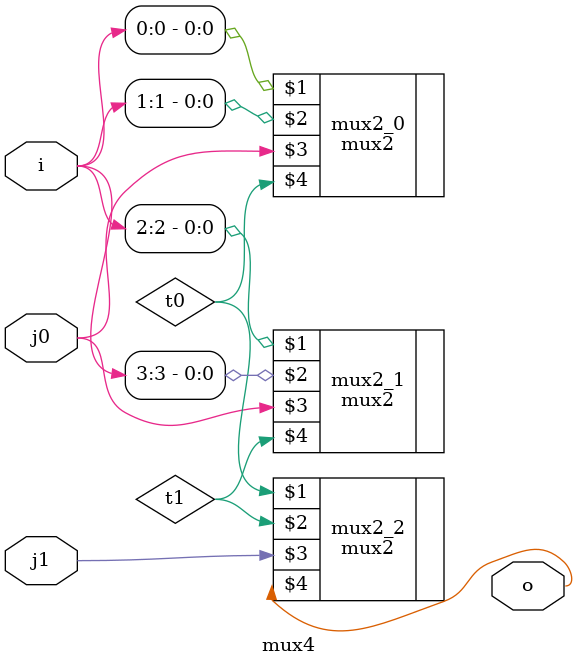
<source format=v>
module mux4 (input wire [0:3] i, input wire j1, j0, output wire o);  
  wire  t0, t1;  
  mux2 mux2_0 (i[0],i[1],j0,t0);  
  mux2 mux2_1 (i[2],i[3],j0,t1);  
  mux2 mux2_2 (t0,t1,j1,o);
endmodule


</source>
